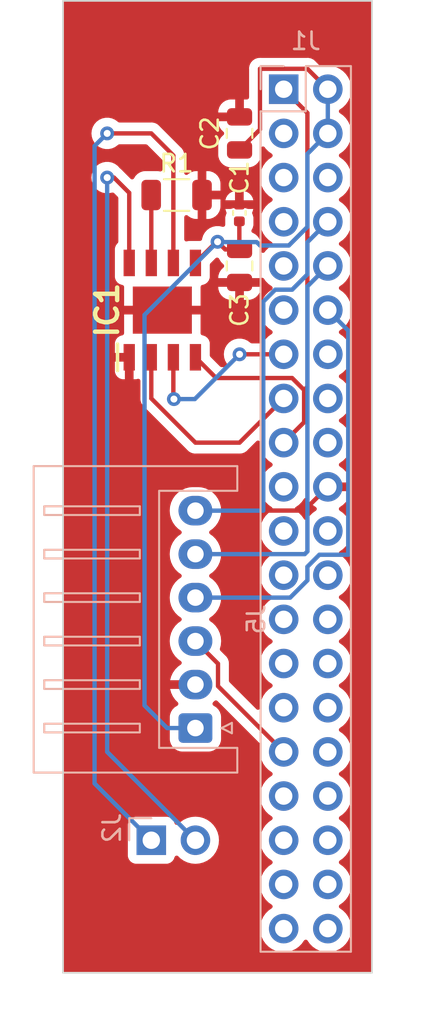
<source format=kicad_pcb>
(kicad_pcb (version 20221018) (generator pcbnew)
  (layers (0 "F.Cu" signal) (31 "B.Cu" signal) (34 "B.Paste" user) (35 "F.Paste" user) (36 "B.SilkS" user "B.Silkscreen") (37 "F.SilkS" user "F.Silkscreen") (38 "B.Mask" user) (39 "F.Mask" user) (44 "Edge.Cuts" user))
  (net 0 "")
  (net 1 "GND")
  (net 2 "/MOTOR_FORWARD")
  (net 3 "/MOTOR_BACKWARD")
  (net 4 "VCC")
  (net 5 "/MOTOR_F_OUT")
  (net 6 "Net-(IC1-ISEN)")
  (net 7 "/MOTOR_R_OUT")
  (net 8 "+3V3")
  (net 15 "/BEEPER")
  (net 39 "/TXD")
  (net 40 "/RXD")
  (net 41 "/LED_GPIO")
  (footprint "Capacitor_SMD:C_0402_1005Metric" (layer "F.Cu") (at 38.087853 37.594861 90)
    (fp_text reference "C1" (at 2.034861 0.012147 90) (layer "F.SilkS"))
    (fp_text value "0.1μF")
    (fp_line (start -0.107836 -0.36) (end 0.107836 -0.36) (stroke (width 0.12)) (layer "F.SilkS"))
    (fp_line (start -0.107836 0.36) (end 0.107836 0.36) (stroke (width 0.12)) (layer "F.SilkS"))
    (pad "1" smd roundrect (at -0.48 0 90) (size 0.56 0.62) (layers "F.Cu" "F.Paste" "F.Mask") (net 4 "VCC"))
    (pad "2" smd roundrect (at 0.48 0 90) (size 0.56 0.62) (layers "F.Cu" "F.Paste" "F.Mask") (net 1 "GND"))
  )
  (footprint "Capacitor_SMD:C_0805_2012Metric" (layer "F.Cu") (at 38.1 33.02 90)
    (fp_text reference "C2" (at 0 -1.711945 90) (layer "F.SilkS"))
    (fp_text value "47μF")
    (fp_line (start -0.261252 -0.735) (end 0.261252 -0.735) (stroke (width 0.12)) (layer "F.SilkS"))
    (fp_line (start -0.261252 0.735) (end 0.261252 0.735) (stroke (width 0.12)) (layer "F.SilkS"))
    (pad "1" smd roundrect (at -0.95 0 90) (size 1 1.45) (layers "F.Cu" "F.Paste" "F.Mask") (net 4 "VCC"))
    (pad "2" smd roundrect (at 0.95 0 90) (size 1 1.45) (layers "F.Cu" "F.Paste" "F.Mask") (net 1 "GND"))
  )
  (footprint "KiCad:SOIC127P600X170-9N" (layer "F.Cu") (at 33.655 43.18 90)
    (fp_text reference "IC1" (at 0 -3.175 90) (layer "F.SilkS") (effects (font (size 1.27 1.27) (thickness 0.254))))
    (fp_text value "DRV8251DDAR" hide)
    (fp_line (start -3.475 -2.58) (end -1.95 -2.58) (stroke (width 0.2)) (layer "F.SilkS"))
    (pad "1" smd rect (at -2.712 -1.905 180) (size 0.65 1.525) (layers "F.Cu" "F.Paste" "F.Mask") (net 1 "GND"))
    (pad "2" smd rect (at -2.712 -0.635 180) (size 0.65 1.525) (layers "F.Cu" "F.Paste" "F.Mask") (net 2 "/MOTOR_FORWARD"))
    (pad "3" smd rect (at -2.712 0.635 180) (size 0.65 1.525) (layers "F.Cu" "F.Paste" "F.Mask") (net 3 "/MOTOR_BACKWARD"))
    (pad "4" smd rect (at -2.712 1.905 180) (size 0.65 1.525) (layers "F.Cu" "F.Paste" "F.Mask") (net 8 "+3V3"))
    (pad "5" smd rect (at 2.712 1.905 180) (size 0.65 1.525) (layers "F.Cu" "F.Paste" "F.Mask") (net 4 "VCC"))
    (pad "6" smd rect (at 2.712 0.635 180) (size 0.65 1.525) (layers "F.Cu" "F.Paste" "F.Mask") (net 5 "/MOTOR_F_OUT"))
    (pad "7" smd rect (at 2.712 -0.635 180) (size 0.65 1.525) (layers "F.Cu" "F.Paste" "F.Mask") (net 6 "Net-(IC1-ISEN)"))
    (pad "8" smd rect (at 2.712 -1.905 180) (size 0.65 1.525) (layers "F.Cu" "F.Paste" "F.Mask") (net 7 "/MOTOR_R_OUT"))
    (pad "9" smd rect (at 0 0 90) (size 2.71 3.4) (layers "F.Cu" "F.Paste" "F.Mask") (net 1 "GND"))
  )
  (footprint "Resistor_SMD:R_1206_3216Metric" (layer "F.Cu") (at 34.476584 36.563709)
    (fp_text reference "R1" (at 0 -1.82) (layer "F.SilkS"))
    (fp_text value "6.5Ω")
    (fp_line (start -0.727064 -0.91) (end 0.727064 -0.91) (stroke (width 0.12)) (layer "F.SilkS"))
    (fp_line (start -0.727064 0.91) (end 0.727064 0.91) (stroke (width 0.12)) (layer "F.SilkS"))
    (pad "1" smd roundrect (at -1.4625 0) (size 1.125 1.75) (layers "F.Cu" "F.Paste" "F.Mask") (roundrect_rratio 0.2222222222) (net 6 "Net-(IC1-ISEN)"))
    (pad "2" smd roundrect (at 1.4625 0) (size 1.125 1.75) (layers "F.Cu" "F.Paste" "F.Mask") (roundrect_rratio 0.2222222222) (net 1 "GND"))
  )
  (footprint "Capacitor_SMD:C_0805_2012Metric" (layer "F.Cu") (at 38.1 40.64 -90)
    (fp_text reference "C3" (at 2.54 0 90) (layer "F.SilkS"))
    (fp_text value "47μF")
    (fp_line (start -0.261252 -0.735) (end 0.261252 -0.735) (stroke (width 0.12)) (layer "F.SilkS"))
    (fp_line (start -0.261252 0.735) (end 0.261252 0.735) (stroke (width 0.12)) (layer "F.SilkS"))
    (pad "1" smd roundrect (at -0.95 0 270) (size 1 1.45) (layers "F.Cu" "F.Paste" "F.Mask") (net 4 "VCC"))
    (pad "2" smd roundrect (at 0.95 0 270) (size 1 1.45) (layers "F.Cu" "F.Paste" "F.Mask") (net 1 "GND"))
  )
  (footprint "Library:CUSTOM_PIN_HEADER_01x02_J2" (layer "B.Cu") (at 33.02 73.66 -90)
    (fp_text reference "J2" (at -0.705 2.27 90) (layer "B.SilkS") (effects (justify mirror)))
    (fp_text value "MOTOR_OUTPUT")
    (fp_line (start -1.27 0) (end -1.27 1.27) (stroke (width 0.12)) (layer "B.SilkS"))
    (fp_line (start -1.27 1.27) (end 0 1.27) (stroke (width 0.12)) (layer "B.SilkS"))
    (pad "1" thru_hole rect (at 0 0 270) (size 1.7 1.7) (drill 1) (layers "*.Cu" "*.Mask") (net 5 "/MOTOR_F_OUT"))
    (pad "2" thru_hole oval (at 0 -2.54 270) (size 1.7 1.7) (drill 1) (layers "*.Cu" "*.Mask") (net 7 "/MOTOR_R_OUT"))
  )
  (footprint "Connector_JST:JST_XH_S6B-XH-A_1x06_P2.50mm_Horizontal" (layer "B.Cu") (at 35.56 67.21 90)
    (fp_text reference "J5" (at 6.25 3.5 90) (layer "B.SilkS") (effects (justify mirror)))
    (fp_text value "Conn_01x06_Male")
    (fp_line (start -2.56 -9.31) (end -2.56 2.41) (stroke (width 0.12)) (layer "B.SilkS"))
    (fp_line (start -2.56 2.41) (end -1.14 2.41) (stroke (width 0.12)) (layer "B.SilkS"))
    (fp_line (start -1.14 -2.09) (end 6.25 -2.09) (stroke (width 0.12)) (layer "B.SilkS"))
    (fp_line (start -1.14 2.41) (end -1.14 -2.09) (stroke (width 0.12)) (layer "B.SilkS"))
    (fp_line (start -0.3 2.1) (end 0.3 2.1) (stroke (width 0.12)) (layer "B.SilkS"))
    (fp_line (start -0.25 -8.7) (end 0.25 -8.7) (stroke (width 0.12)) (layer "B.SilkS"))
    (fp_line (start -0.25 -3.2) (end -0.25 -8.7) (stroke (width 0.12)) (layer "B.SilkS"))
    (fp_line (start 0 1.5) (end -0.3 2.1) (stroke (width 0.12)) (layer "B.SilkS"))
    (fp_line (start 0.25 -8.7) (end 0.25 -3.2) (stroke (width 0.12)) (layer "B.SilkS"))
    (fp_line (start 0.25 -3.2) (end -0.25 -3.2) (stroke (width 0.12)) (layer "B.SilkS"))
    (fp_line (start 0.3 2.1) (end 0 1.5) (stroke (width 0.12)) (layer "B.SilkS"))
    (fp_line (start 2.25 -8.7) (end 2.75 -8.7) (stroke (width 0.12)) (layer "B.SilkS"))
    (fp_line (start 2.25 -3.2) (end 2.25 -8.7) (stroke (width 0.12)) (layer "B.SilkS"))
    (fp_line (start 2.75 -8.7) (end 2.75 -3.2) (stroke (width 0.12)) (layer "B.SilkS"))
    (fp_line (start 2.75 -3.2) (end 2.25 -3.2) (stroke (width 0.12)) (layer "B.SilkS"))
    (fp_line (start 4.75 -8.7) (end 5.25 -8.7) (stroke (width 0.12)) (layer "B.SilkS"))
    (fp_line (start 4.75 -3.2) (end 4.75 -8.7) (stroke (width 0.12)) (layer "B.SilkS"))
    (fp_line (start 5.25 -8.7) (end 5.25 -3.2) (stroke (width 0.12)) (layer "B.SilkS"))
    (fp_line (start 5.25 -3.2) (end 4.75 -3.2) (stroke (width 0.12)) (layer "B.SilkS"))
    (fp_line (start 6.25 -9.31) (end -2.56 -9.31) (stroke (width 0.12)) (layer "B.SilkS"))
    (fp_line (start 6.25 -9.31) (end 15.06 -9.31) (stroke (width 0.12)) (layer "B.SilkS"))
    (fp_line (start 7.25 -8.7) (end 7.75 -8.7) (stroke (width 0.12)) (layer "B.SilkS"))
    (fp_line (start 7.25 -3.2) (end 7.25 -8.7) (stroke (width 0.12)) (layer "B.SilkS"))
    (fp_line (start 7.75 -8.7) (end 7.75 -3.2) (stroke (width 0.12)) (layer "B.SilkS"))
    (fp_line (start 7.75 -3.2) (end 7.25 -3.2) (stroke (width 0.12)) (layer "B.SilkS"))
    (fp_line (start 9.75 -8.7) (end 10.25 -8.7) (stroke (width 0.12)) (layer "B.SilkS"))
    (fp_line (start 9.75 -3.2) (end 9.75 -8.7) (stroke (width 0.12)) (layer "B.SilkS"))
    (fp_line (start 10.25 -8.7) (end 10.25 -3.2) (stroke (width 0.12)) (layer "B.SilkS"))
    (fp_line (start 10.25 -3.2) (end 9.75 -3.2) (stroke (width 0.12)) (layer "B.SilkS"))
    (fp_line (start 12.25 -8.7) (end 12.75 -8.7) (stroke (width 0.12)) (layer "B.SilkS"))
    (fp_line (start 12.25 -3.2) (end 12.25 -8.7) (stroke (width 0.12)) (layer "B.SilkS"))
    (fp_line (start 12.75 -8.7) (end 12.75 -3.2) (stroke (width 0.12)) (layer "B.SilkS"))
    (fp_line (start 12.75 -3.2) (end 12.25 -3.2) (stroke (width 0.12)) (layer "B.SilkS"))
    (fp_line (start 13.64 -2.09) (end 6.25 -2.09) (stroke (width 0.12)) (layer "B.SilkS"))
    (fp_line (start 13.64 2.41) (end 13.64 -2.09) (stroke (width 0.12)) (layer "B.SilkS"))
    (fp_line (start 15.06 -9.31) (end 15.06 2.41) (stroke (width 0.12)) (layer "B.SilkS"))
    (fp_line (start 15.06 2.41) (end 13.64 2.41) (stroke (width 0.12)) (layer "B.SilkS"))
    (pad "1" thru_hole roundrect (at 0 0 90) (size 1.7 1.95) (drill 0.95) (layers "*.Cu" "*.Mask") (roundrect_rratio 0.147059) (net 4 "VCC"))
    (pad "2" thru_hole oval (at 2.5 0 90) (size 1.7 1.95) (drill 0.95) (layers "*.Cu" "*.Mask") (net 1 "GND"))
    (pad "3" thru_hole oval (at 5 0 90) (size 1.7 1.95) (drill 0.95) (layers "*.Cu" "*.Mask") (net 41 "/LED_GPIO"))
    (pad "4" thru_hole oval (at 7.5 0 90) (size 1.7 1.95) (drill 0.95) (layers "*.Cu" "*.Mask") (net 15 "/BEEPER"))
    (pad "5" thru_hole oval (at 10 0 90) (size 1.7 1.95) (drill 0.95) (layers "*.Cu" "*.Mask") (net 40 "/RXD"))
    (pad "6" thru_hole oval (at 12.5 0 90) (size 1.7 1.95) (drill 0.95) (layers "*.Cu" "*.Mask") (net 39 "/TXD"))
  )
  (footprint "Connector_PinSocket_2.54mm:PinSocket_2x20_P2.54mm_Vertical" (layer "B.Cu") (at 40.64 30.48 180)
    (fp_text reference "J1" (at -1.27 2.77) (layer "B.SilkS") (effects (justify mirror)))
    (fp_text value "Raspberry_Pi_2_3")
    (fp_line (start -3.87 -49.59) (end 1.33 -49.59) (stroke (width 0.12)) (layer "B.SilkS"))
    (fp_line (start -3.87 1.33) (end -3.87 -49.59) (stroke (width 0.12)) (layer "B.SilkS"))
    (fp_line (start -3.87 1.33) (end -1.27 1.33) (stroke (width 0.12)) (layer "B.SilkS"))
    (fp_line (start -1.27 -1.27) (end 1.33 -1.27) (stroke (width 0.12)) (layer "B.SilkS"))
    (fp_line (start -1.27 1.33) (end -1.27 -1.27) (stroke (width 0.12)) (layer "B.SilkS"))
    (fp_line (start 0 1.33) (end 1.33 1.33) (stroke (width 0.12)) (layer "B.SilkS"))
    (fp_line (start 1.33 -1.27) (end 1.33 -49.59) (stroke (width 0.12)) (layer "B.SilkS"))
    (fp_line (start 1.33 1.33) (end 1.33 0) (stroke (width 0.12)) (layer "B.SilkS"))
    (pad "1" thru_hole rect (at 0 0 180) (size 1.7 1.7) (drill 1) (layers "*.Cu" "*.Mask") (net 8 "+3V3"))
    (pad "2" thru_hole oval (at -2.54 0 180) (size 1.7 1.7) (drill 1) (layers "*.Cu" "*.Mask") (net 4 "VCC"))
    (pad "3" thru_hole oval (at 0 -2.54 180) (size 1.7 1.7) (drill 1) (layers "*.Cu" "*.Mask"))
    (pad "4" thru_hole oval (at -2.54 -2.54 180) (size 1.7 1.7) (drill 1) (layers "*.Cu" "*.Mask") (net 4 "VCC"))
    (pad "5" thru_hole oval (at 0 -5.08 180) (size 1.7 1.7) (drill 1) (layers "*.Cu" "*.Mask"))
    (pad "6" thru_hole oval (at -2.54 -5.08 180) (size 1.7 1.7) (drill 1) (layers "*.Cu" "*.Mask"))
    (pad "7" thru_hole oval (at 0 -7.62 180) (size 1.7 1.7) (drill 1) (layers "*.Cu" "*.Mask"))
    (pad "8" thru_hole oval (at -2.54 -7.62 180) (size 1.7 1.7) (drill 1) (layers "*.Cu" "*.Mask") (net 39 "/TXD"))
    (pad "9" thru_hole oval (at 0 -10.16 180) (size 1.7 1.7) (drill 1) (layers "*.Cu" "*.Mask"))
    (pad "10" thru_hole oval (at -2.54 -10.16 180) (size 1.7 1.7) (drill 1) (layers "*.Cu" "*.Mask") (net 40 "/RXD"))
    (pad "11" thru_hole oval (at 0 -12.7 180) (size 1.7 1.7) (drill 1) (layers "*.Cu" "*.Mask"))
    (pad "12" thru_hole oval (at -2.54 -12.7 180) (size 1.7 1.7) (drill 1) (layers "*.Cu" "*.Mask") (net 15 "/BEEPER"))
    (pad "13" thru_hole oval (at 0 -15.24 180) (size 1.7 1.7) (drill 1) (layers "*.Cu" "*.Mask") (net 3 "/MOTOR_BACKWARD"))
    (pad "14" thru_hole oval (at -2.54 -15.24 180) (size 1.7 1.7) (drill 1) (layers "*.Cu" "*.Mask"))
    (pad "15" thru_hole oval (at 0 -17.78 180) (size 1.7 1.7) (drill 1) (layers "*.Cu" "*.Mask") (net 2 "/MOTOR_FORWARD"))
    (pad "16" thru_hole oval (at -2.54 -17.78 180) (size 1.7 1.7) (drill 1) (layers "*.Cu" "*.Mask"))
    (pad "17" thru_hole oval (at 0 -20.32 180) (size 1.7 1.7) (drill 1) (layers "*.Cu" "*.Mask") (net 8 "+3V3"))
    (pad "18" thru_hole oval (at -2.54 -20.32 180) (size 1.7 1.7) (drill 1) (layers "*.Cu" "*.Mask"))
    (pad "19" thru_hole oval (at 0 -22.86 180) (size 1.7 1.7) (drill 1) (layers "*.Cu" "*.Mask"))
    (pad "20" thru_hole oval (at -2.54 -22.86 180) (size 1.7 1.7) (drill 1) (layers "*.Cu" "*.Mask") (net 1 "GND"))
    (pad "21" thru_hole oval (at 0 -25.4 180) (size 1.7 1.7) (drill 1) (layers "*.Cu" "*.Mask"))
    (pad "22" thru_hole oval (at -2.54 -25.4 180) (size 1.7 1.7) (drill 1) (layers "*.Cu" "*.Mask"))
    (pad "23" thru_hole oval (at 0 -27.94 180) (size 1.7 1.7) (drill 1) (layers "*.Cu" "*.Mask"))
    (pad "24" thru_hole oval (at -2.54 -27.94 180) (size 1.7 1.7) (drill 1) (layers "*.Cu" "*.Mask"))
    (pad "25" thru_hole oval (at 0 -30.48 180) (size 1.7 1.7) (drill 1) (layers "*.Cu" "*.Mask"))
    (pad "26" thru_hole oval (at -2.54 -30.48 180) (size 1.7 1.7) (drill 1) (layers "*.Cu" "*.Mask"))
    (pad "27" thru_hole oval (at 0 -33.02 180) (size 1.7 1.7) (drill 1) (layers "*.Cu" "*.Mask"))
    (pad "28" thru_hole oval (at -2.54 -33.02 180) (size 1.7 1.7) (drill 1) (layers "*.Cu" "*.Mask"))
    (pad "29" thru_hole oval (at 0 -35.56 180) (size 1.7 1.7) (drill 1) (layers "*.Cu" "*.Mask"))
    (pad "30" thru_hole oval (at -2.54 -35.56 180) (size 1.7 1.7) (drill 1) (layers "*.Cu" "*.Mask"))
    (pad "31" thru_hole oval (at 0 -38.1 180) (size 1.7 1.7) (drill 1) (layers "*.Cu" "*.Mask") (net 41 "/LED_GPIO"))
    (pad "32" thru_hole oval (at -2.54 -38.1 180) (size 1.7 1.7) (drill 1) (layers "*.Cu" "*.Mask"))
    (pad "33" thru_hole oval (at 0 -40.64 180) (size 1.7 1.7) (drill 1) (layers "*.Cu" "*.Mask"))
    (pad "34" thru_hole oval (at -2.54 -40.64 180) (size 1.7 1.7) (drill 1) (layers "*.Cu" "*.Mask"))
    (pad "35" thru_hole oval (at 0 -43.18 180) (size 1.7 1.7) (drill 1) (layers "*.Cu" "*.Mask"))
    (pad "36" thru_hole oval (at -2.54 -43.18 180) (size 1.7 1.7) (drill 1) (layers "*.Cu" "*.Mask"))
    (pad "37" thru_hole oval (at 0 -45.72 180) (size 1.7 1.7) (drill 1) (layers "*.Cu" "*.Mask"))
    (pad "38" thru_hole oval (at -2.54 -45.72 180) (size 1.7 1.7) (drill 1) (layers "*.Cu" "*.Mask"))
    (pad "39" thru_hole oval (at 0 -48.26 180) (size 1.7 1.7) (drill 1) (layers "*.Cu" "*.Mask"))
    (pad "40" thru_hole oval (at -2.54 -48.26 180) (size 1.7 1.7) (drill 1) (layers "*.Cu" "*.Mask"))
  )
  (gr_rect (start 27.94 25.4) (end 45.72 81.28) (stroke (width 0.1)) (fill none) (layer "Edge.Cuts"))
  (segment (start 41.815 54.705) (end 39.275 54.705) (width 0.25) (layer "F.Cu") (net 1))
  (segment (start 43.18 53.34) (end 41.815 54.705) (width 0.25) (layer "F.Cu") (net 1))
  (segment (start 40.64 48.26) (end 38.1 50.8) (width 0.25) (layer "F.Cu") (net 2))
  (segment (start 38.1 50.8) (end 35.56 50.8) (width 0.25) (layer "F.Cu") (net 2))
  (segment (start 33.02 48.26) (end 35.56 50.8) (width 0.25) (layer "F.Cu") (net 2))
  (segment (start 33.02 45.892) (end 33.02 48.26) (width 0.25) (layer "F.Cu") (net 2))
  (segment (start 34.29 48.263111) (end 34.322476 48.295587) (width 0.25) (layer "F.Cu") (net 3))
  (segment (start 34.29 45.892) (end 34.29 48.263111) (width 0.25) (layer "F.Cu") (net 3))
  (segment (start 38.1 45.72) (end 40.64 45.72) (width 0.25) (layer "F.Cu") (net 3))
  (via (at 38.1 45.72) (size 0.8) (drill 0.4) (layers "F.Cu" "B.Cu") (net 3))
  (via (at 34.322476 48.295587) (size 0.8) (drill 0.4) (layers "F.Cu" "B.Cu") (net 3))
  (segment (start 38.1 45.72) (end 35.524413 48.295587) (width 0.25) (layer "B.Cu") (net 3))
  (segment (start 35.524413 48.295587) (end 34.322476 48.295587) (width 0.25) (layer "B.Cu") (net 3))
  (segment (start 38.1 39.69) (end 37.273341 39.69) (width 0.25) (layer "F.Cu") (net 4))
  (segment (start 36.834519 39.251178) (end 36.834519 39.193481) (width 0.25) (layer "F.Cu") (net 4))
  (segment (start 38.087853 39.677853) (end 38.1 39.69) (width 0.25) (layer "F.Cu") (net 4))
  (segment (start 39.275 29.305) (end 39.275 32.795) (width 0.25) (layer "F.Cu") (net 4))
  (segment (start 42.005 29.305) (end 39.275 29.305) (width 0.25) (layer "F.Cu") (net 4))
  (segment (start 39.275 32.795) (end 38.1 33.97) (width 0.25) (layer "F.Cu") (net 4))
  (segment (start 38.087853 38.074861) (end 38.087853 39.677853) (width 0.25) (layer "F.Cu") (net 4))
  (segment (start 36.753 39.275) (end 36.776822 39.251178) (width 0.25) (layer "F.Cu") (net 4))
  (segment (start 36.834519 39.193481) (end 35.56 40.468) (width 0.25) (layer "F.Cu") (net 4))
  (segment (start 43.18 30.48) (end 42.005 29.305) (width 0.25) (layer "F.Cu") (net 4))
  (segment (start 37.273341 39.69) (end 36.834519 39.251178) (width 0.25) (layer "F.Cu") (net 4))
  (segment (start 36.776822 39.251178) (end 36.834519 39.251178) (width 0.25) (layer "F.Cu") (net 4))
  (via (at 36.834519 39.251178) (size 0.8) (drill 0.4) (layers "F.Cu" "B.Cu") (net 4))
  (segment (start 39.086724 39.268453) (end 36.851794 39.268453) (width 0.25) (layer "B.Cu") (net 4))
  (segment (start 39.086724 39.268453) (end 39.283271 39.465) (width 0.25) (layer "B.Cu") (net 4))
  (segment (start 33.93 67.21) (end 35.56 67.21) (width 0.25) (layer "B.Cu") (net 4))
  (segment (start 32.63 43.455697) (end 32.63 65.91) (width 0.25) (layer "B.Cu") (net 4))
  (segment (start 42.005 34.195) (end 42.005 38.396701) (width 0.25) (layer "B.Cu") (net 4))
  (segment (start 39.283271 39.465) (end 40.936701 39.465) (width 0.25) (layer "B.Cu") (net 4))
  (segment (start 32.63 65.91) (end 33.93 67.21) (width 0.25) (layer "B.Cu") (net 4))
  (segment (start 42.005 38.396701) (end 40.936701 39.465) (width 0.25) (layer "B.Cu") (net 4))
  (segment (start 43.18 33.02) (end 42.005 34.195) (width 0.25) (layer "B.Cu") (net 4))
  (segment (start 36.834519 39.251178) (end 32.63 43.455697) (width 0.25) (layer "B.Cu") (net 4))
  (segment (start 43.18 30.48) (end 43.18 33.02) (width 0.25) (layer "B.Cu") (net 4))
  (segment (start 36.851794 39.268453) (end 36.834519 39.251178) (width 0.25) (layer "B.Cu") (net 4))
  (segment (start 34.29 34.29) (end 33.02 33.02) (width 0.25) (layer "F.Cu") (net 5))
  (segment (start 34.295 40.463) (end 34.29 40.468) (width 0.25) (layer "F.Cu") (net 5))
  (segment (start 33.02 33.02) (end 30.48 33.02) (width 0.25) (layer "F.Cu") (net 5))
  (segment (start 34.29 40.468) (end 34.29 34.29) (width 0.25) (layer "F.Cu") (net 5))
  (via (at 30.48 33.02) (size 0.8) (drill 0.4) (layers "F.Cu" "B.Cu") (net 5))
  (segment (start 29.755 33.745) (end 29.755 70.395) (width 0.25) (layer "B.Cu") (net 5))
  (segment (start 30.48 33.02) (end 29.755 33.745) (width 0.25) (layer "B.Cu") (net 5))
  (segment (start 29.755 70.395) (end 33.02 73.66) (width 0.25) (layer "B.Cu") (net 5))
  (segment (start 33.02 36.569625) (end 33.02 40.468) (width 0.25) (layer "F.Cu") (net 6))
  (segment (start 33.014084 36.563709) (end 33.02 36.569625) (width 0.25) (layer "F.Cu") (net 6))
  (segment (start 31.75 36.437418) (end 30.872582 35.56) (width 0.25) (layer "F.Cu") (net 7))
  (segment (start 30.872582 35.56) (end 30.48 35.56) (width 0.25) (layer "F.Cu") (net 7))
  (segment (start 31.75 40.468) (end 31.75 36.437418) (width 0.25) (layer "F.Cu") (net 7))
  (segment (start 31.755 40.463) (end 31.75 40.468) (width 0.25) (layer "F.Cu") (net 7))
  (via (at 30.48 35.56) (size 0.8) (drill 0.4) (layers "F.Cu" "B.Cu") (net 7))
  (segment (start 30.48 35.56) (end 30.48 68.58) (width 0.25) (layer "B.Cu") (net 7))
  (segment (start 30.48 68.58) (end 35.56 73.66) (width 0.25) (layer "B.Cu") (net 7))
  (segment (start 36.753 47.085) (end 35.56 45.892) (width 0.25) (layer "F.Cu") (net 8))
  (segment (start 41.126701 47.085) (end 36.753 47.085) (width 0.25) (layer "F.Cu") (net 8))
  (segment (start 41.815 49.625) (end 41.815 47.773299) (width 0.25) (layer "F.Cu") (net 8))
  (segment (start 40.64 50.8) (end 41.815 49.625) (width 0.25) (layer "F.Cu") (net 8))
  (segment (start 41.815 47.773299) (end 42.005 47.583299) (width 0.25) (layer "F.Cu") (net 8))
  (segment (start 42.005 47.583299) (end 42.005 31.845) (width 0.25) (layer "F.Cu") (net 8))
  (segment (start 41.815 47.773299) (end 41.126701 47.085) (width 0.25) (layer "F.Cu") (net 8))
  (segment (start 42.005 31.845) (end 40.64 30.48) (width 0.25) (layer "F.Cu") (net 8))
  (segment (start 42.693299 57.245) (end 42.005 57.933299) (width 0.25) (layer "B.Cu") (net 15))
  (segment (start 43.18 43.18) (end 44.355 44.355) (width 0.25) (layer "B.Cu") (net 15))
  (segment (start 44.355 57.245) (end 42.693299 57.245) (width 0.25) (layer "B.Cu") (net 15))
  (segment (start 42.005 57.933299) (end 42.005 58.716701) (width 0.25) (layer "B.Cu") (net 15))
  (segment (start 42.005 58.716701) (end 41.011701 59.71) (width 0.25) (layer "B.Cu") (net 15))
  (segment (start 44.355 44.355) (end 44.355 57.245) (width 0.25) (layer "B.Cu") (net 15))
  (segment (start 35.56 59.71) (end 41.011701 59.71) (width 0.25) (layer "B.Cu") (net 15))
  (segment (start 39.460001 54.71) (end 35.56 54.71) (width 0.25) (layer "B.Cu") (net 39))
  (segment (start 39.465 54.705001) (end 39.460001 54.71) (width 0.25) (layer "B.Cu") (net 39))
  (segment (start 43.18 38.1) (end 42.005 39.275) (width 0.25) (layer "B.Cu") (net 39))
  (segment (start 40.153299 42.005) (end 39.465 42.693299) (width 0.25) (layer "B.Cu") (net 39))
  (segment (start 39.465 42.693299) (end 39.465 54.705001) (width 0.25) (layer "B.Cu") (net 39))
  (segment (start 42.005 39.275) (end 42.005 41.126701) (width 0.25) (layer "B.Cu") (net 39))
  (segment (start 42.005 41.126701) (end 41.126701 42.005) (width 0.25) (layer "B.Cu") (net 39))
  (segment (start 41.126701 42.005) (end 40.153299 42.005) (width 0.25) (layer "B.Cu") (net 39))
  (segment (start 42.005 41.815) (end 43.18 40.64) (width 0.25) (layer "B.Cu") (net 40))
  (segment (start 42.005 57.055) (end 42.005 41.815) (width 0.25) (layer "B.Cu") (net 40))
  (segment (start 41.85 57.21) (end 42.005 57.055) (width 0.25) (layer "B.Cu") (net 40))
  (segment (start 35.56 57.21) (end 41.85 57.21) (width 0.25) (layer "B.Cu") (net 40))
  (segment (start 35.56 62.21) (end 36.86 63.51) (width 0.25) (layer "F.Cu") (net 41))
  (segment (start 36.86 63.51) (end 36.86 64.8) (width 0.25) (layer "F.Cu") (net 41))
  (segment (start 36.86 64.8) (end 40.64 68.58) (width 0.25) (layer "F.Cu") (net 41))
  (zone (net 1) (net_name "GND") (layer "F.Cu") (connect_pads (clearance 0.5)) (min_thickness 0.25) (fill yes (thermal_gap 0.5) (thermal_bridge_width 0.5))
    (polygon (pts (xy 27.94 25.4) (xy 45.72 25.4) (xy 45.72 81.28) (xy 27.94 81.28)))
  )
)
</source>
